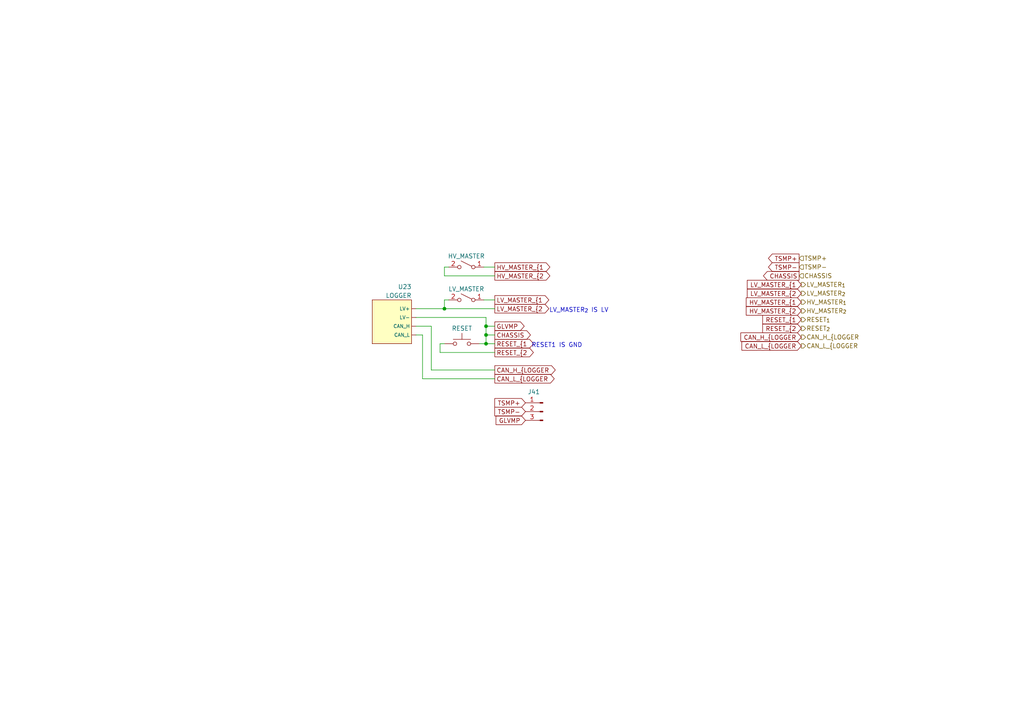
<source format=kicad_sch>
(kicad_sch (version 20211123) (generator eeschema)

  (uuid aa477c28-ab6a-4bf4-a9bc-cf08f40d55da)

  (paper "A4")

  (lib_symbols
    (symbol "Connector:Conn_01x03_Male" (pin_names (offset 1.016) hide) (in_bom yes) (on_board yes)
      (property "Reference" "J" (id 0) (at 0 5.08 0)
        (effects (font (size 1.27 1.27)))
      )
      (property "Value" "Conn_01x03_Male" (id 1) (at 0 -5.08 0)
        (effects (font (size 1.27 1.27)))
      )
      (property "Footprint" "" (id 2) (at 0 0 0)
        (effects (font (size 1.27 1.27)) hide)
      )
      (property "Datasheet" "~" (id 3) (at 0 0 0)
        (effects (font (size 1.27 1.27)) hide)
      )
      (property "ki_keywords" "connector" (id 4) (at 0 0 0)
        (effects (font (size 1.27 1.27)) hide)
      )
      (property "ki_description" "Generic connector, single row, 01x03, script generated (kicad-library-utils/schlib/autogen/connector/)" (id 5) (at 0 0 0)
        (effects (font (size 1.27 1.27)) hide)
      )
      (property "ki_fp_filters" "Connector*:*_1x??_*" (id 6) (at 0 0 0)
        (effects (font (size 1.27 1.27)) hide)
      )
      (symbol "Conn_01x03_Male_1_1"
        (polyline
          (pts
            (xy 1.27 -2.54)
            (xy 0.8636 -2.54)
          )
          (stroke (width 0.1524) (type default) (color 0 0 0 0))
          (fill (type none))
        )
        (polyline
          (pts
            (xy 1.27 0)
            (xy 0.8636 0)
          )
          (stroke (width 0.1524) (type default) (color 0 0 0 0))
          (fill (type none))
        )
        (polyline
          (pts
            (xy 1.27 2.54)
            (xy 0.8636 2.54)
          )
          (stroke (width 0.1524) (type default) (color 0 0 0 0))
          (fill (type none))
        )
        (rectangle (start 0.8636 -2.413) (end 0 -2.667)
          (stroke (width 0.1524) (type default) (color 0 0 0 0))
          (fill (type outline))
        )
        (rectangle (start 0.8636 0.127) (end 0 -0.127)
          (stroke (width 0.1524) (type default) (color 0 0 0 0))
          (fill (type outline))
        )
        (rectangle (start 0.8636 2.667) (end 0 2.413)
          (stroke (width 0.1524) (type default) (color 0 0 0 0))
          (fill (type outline))
        )
        (pin passive line (at 5.08 2.54 180) (length 3.81)
          (name "Pin_1" (effects (font (size 1.27 1.27))))
          (number "1" (effects (font (size 1.27 1.27))))
        )
        (pin passive line (at 5.08 0 180) (length 3.81)
          (name "Pin_2" (effects (font (size 1.27 1.27))))
          (number "2" (effects (font (size 1.27 1.27))))
        )
        (pin passive line (at 5.08 -2.54 180) (length 3.81)
          (name "Pin_3" (effects (font (size 1.27 1.27))))
          (number "3" (effects (font (size 1.27 1.27))))
        )
      )
    )
    (symbol "MODULES:LOGGER" (in_bom yes) (on_board yes)
      (property "Reference" "U" (id 0) (at 0 0 0)
        (effects (font (size 1.27 1.27)))
      )
      (property "Value" "LOGGER" (id 1) (at 0 0 0)
        (effects (font (size 1.27 1.27)))
      )
      (property "Footprint" "" (id 2) (at 0 0 0)
        (effects (font (size 1.27 1.27)) hide)
      )
      (property "Datasheet" "" (id 3) (at 0 0 0)
        (effects (font (size 1.27 1.27)) hide)
      )
      (symbol "LOGGER_0_1"
        (rectangle (start -6.35 13.97) (end 5.08 1.27)
          (stroke (width 0) (type default) (color 0 0 0 0))
          (fill (type background))
        )
      )
      (symbol "LOGGER_1_1"
        (pin passive line (at -7.62 6.35 0) (length 1.2)
          (name "CAN_H" (effects (font (size 1 1))))
          (number "" (effects (font (size 1.27 1.27))))
        )
        (pin passive line (at -7.62 3.81 0) (length 1.2)
          (name "CAN_L" (effects (font (size 1 1))))
          (number "" (effects (font (size 1.27 1.27))))
        )
        (pin passive line (at -7.62 11.43 0) (length 1.2)
          (name "LV+" (effects (font (size 1 1))))
          (number "" (effects (font (size 1.27 1.27))))
        )
        (pin passive line (at -7.62 8.89 0) (length 1.2)
          (name "LV-" (effects (font (size 1 1))))
          (number "" (effects (font (size 1.27 1.27))))
        )
      )
    )
    (symbol "Switch:SW_Push" (pin_numbers hide) (pin_names (offset 1.016) hide) (in_bom yes) (on_board yes)
      (property "Reference" "SW" (id 0) (at 1.27 2.54 0)
        (effects (font (size 1.27 1.27)) (justify left))
      )
      (property "Value" "SW_Push" (id 1) (at 0 -1.524 0)
        (effects (font (size 1.27 1.27)))
      )
      (property "Footprint" "" (id 2) (at 0 5.08 0)
        (effects (font (size 1.27 1.27)) hide)
      )
      (property "Datasheet" "~" (id 3) (at 0 5.08 0)
        (effects (font (size 1.27 1.27)) hide)
      )
      (property "ki_keywords" "switch normally-open pushbutton push-button" (id 4) (at 0 0 0)
        (effects (font (size 1.27 1.27)) hide)
      )
      (property "ki_description" "Push button switch, generic, two pins" (id 5) (at 0 0 0)
        (effects (font (size 1.27 1.27)) hide)
      )
      (symbol "SW_Push_0_1"
        (circle (center -2.032 0) (radius 0.508)
          (stroke (width 0) (type default) (color 0 0 0 0))
          (fill (type none))
        )
        (polyline
          (pts
            (xy 0 1.27)
            (xy 0 3.048)
          )
          (stroke (width 0) (type default) (color 0 0 0 0))
          (fill (type none))
        )
        (polyline
          (pts
            (xy 2.54 1.27)
            (xy -2.54 1.27)
          )
          (stroke (width 0) (type default) (color 0 0 0 0))
          (fill (type none))
        )
        (circle (center 2.032 0) (radius 0.508)
          (stroke (width 0) (type default) (color 0 0 0 0))
          (fill (type none))
        )
        (pin passive line (at -5.08 0 0) (length 2.54)
          (name "1" (effects (font (size 1.27 1.27))))
          (number "1" (effects (font (size 1.27 1.27))))
        )
        (pin passive line (at 5.08 0 180) (length 2.54)
          (name "2" (effects (font (size 1.27 1.27))))
          (number "2" (effects (font (size 1.27 1.27))))
        )
      )
    )
    (symbol "Switch:SW_SPST" (pin_names (offset 0) hide) (in_bom yes) (on_board yes)
      (property "Reference" "SW" (id 0) (at 0 3.175 0)
        (effects (font (size 1.27 1.27)))
      )
      (property "Value" "SW_SPST" (id 1) (at 0 -2.54 0)
        (effects (font (size 1.27 1.27)))
      )
      (property "Footprint" "" (id 2) (at 0 0 0)
        (effects (font (size 1.27 1.27)) hide)
      )
      (property "Datasheet" "~" (id 3) (at 0 0 0)
        (effects (font (size 1.27 1.27)) hide)
      )
      (property "ki_keywords" "switch lever" (id 4) (at 0 0 0)
        (effects (font (size 1.27 1.27)) hide)
      )
      (property "ki_description" "Single Pole Single Throw (SPST) switch" (id 5) (at 0 0 0)
        (effects (font (size 1.27 1.27)) hide)
      )
      (symbol "SW_SPST_0_0"
        (circle (center -2.032 0) (radius 0.508)
          (stroke (width 0) (type default) (color 0 0 0 0))
          (fill (type none))
        )
        (polyline
          (pts
            (xy -1.524 0.254)
            (xy 1.524 1.778)
          )
          (stroke (width 0) (type default) (color 0 0 0 0))
          (fill (type none))
        )
        (circle (center 2.032 0) (radius 0.508)
          (stroke (width 0) (type default) (color 0 0 0 0))
          (fill (type none))
        )
      )
      (symbol "SW_SPST_1_1"
        (pin passive line (at -5.08 0 0) (length 2.54)
          (name "A" (effects (font (size 1.27 1.27))))
          (number "1" (effects (font (size 1.27 1.27))))
        )
        (pin passive line (at 5.08 0 180) (length 2.54)
          (name "B" (effects (font (size 1.27 1.27))))
          (number "2" (effects (font (size 1.27 1.27))))
        )
      )
    )
  )

  (junction (at 140.97 94.615) (diameter 0) (color 0 0 0 0)
    (uuid 4c2414a4-9272-4531-bac5-228b82ab94c5)
  )
  (junction (at 128.905 89.535) (diameter 0) (color 0 0 0 0)
    (uuid 4e619ffd-f589-476e-8600-0aae71ed796b)
  )
  (junction (at 140.97 99.695) (diameter 0) (color 0 0 0 0)
    (uuid a542899d-0fdb-42a0-aa54-dd98bb692ca5)
  )
  (junction (at 140.97 97.155) (diameter 0) (color 0 0 0 0)
    (uuid bcfbb7e8-55b8-40c5-b41c-df894096ec6c)
  )

  (wire (pts (xy 128.905 89.535) (xy 120.65 89.535))
    (stroke (width 0) (type default) (color 0 0 0 0))
    (uuid 028eba5b-c02f-41b3-ac7d-95c64bc4bebe)
  )
  (wire (pts (xy 128.905 77.47) (xy 128.905 80.01))
    (stroke (width 0) (type default) (color 0 0 0 0))
    (uuid 0a4f6a1a-9a8b-4b46-98fd-0b975471a071)
  )
  (wire (pts (xy 143.51 77.47) (xy 140.335 77.47))
    (stroke (width 0) (type default) (color 0 0 0 0))
    (uuid 0de08898-29c9-485e-bbe7-439c40739115)
  )
  (wire (pts (xy 120.65 92.075) (xy 140.97 92.075))
    (stroke (width 0) (type default) (color 0 0 0 0))
    (uuid 0f4617ff-5880-4ef3-b6b6-bbc658c77443)
  )
  (wire (pts (xy 140.97 92.075) (xy 140.97 94.615))
    (stroke (width 0) (type default) (color 0 0 0 0))
    (uuid 0f5675e1-b6a0-445d-8c20-6ae8eb11b0a6)
  )
  (wire (pts (xy 140.97 94.615) (xy 140.97 97.155))
    (stroke (width 0) (type default) (color 0 0 0 0))
    (uuid 1bb60239-c760-4f33-9bea-9df484496200)
  )
  (wire (pts (xy 122.555 109.855) (xy 143.51 109.855))
    (stroke (width 0) (type default) (color 0 0 0 0))
    (uuid 2af9ef6d-ce85-476a-9fe8-e0f2e815e9cd)
  )
  (wire (pts (xy 130.175 86.995) (xy 128.905 86.995))
    (stroke (width 0) (type default) (color 0 0 0 0))
    (uuid 51acb99d-de17-47d2-b7ed-ebf75fa8ccef)
  )
  (wire (pts (xy 120.65 94.615) (xy 125.095 94.615))
    (stroke (width 0) (type default) (color 0 0 0 0))
    (uuid 5bd98cd3-2a83-466f-a325-07fe322380f1)
  )
  (wire (pts (xy 125.095 94.615) (xy 125.095 107.315))
    (stroke (width 0) (type default) (color 0 0 0 0))
    (uuid 68ad6e31-d970-45e4-8bc7-75a63504a769)
  )
  (wire (pts (xy 143.51 94.615) (xy 140.97 94.615))
    (stroke (width 0) (type default) (color 0 0 0 0))
    (uuid 75234254-2613-4494-af51-1d30e7d5d365)
  )
  (wire (pts (xy 127.635 102.235) (xy 143.51 102.235))
    (stroke (width 0) (type default) (color 0 0 0 0))
    (uuid 7b11cad5-eea0-4a70-b0a4-c75609cde868)
  )
  (wire (pts (xy 120.65 97.155) (xy 122.555 97.155))
    (stroke (width 0) (type default) (color 0 0 0 0))
    (uuid 85a14e3b-609a-4379-bdd1-c391729acdff)
  )
  (wire (pts (xy 143.51 99.695) (xy 140.97 99.695))
    (stroke (width 0) (type default) (color 0 0 0 0))
    (uuid 96065734-52eb-4753-a816-f6b25eec53e1)
  )
  (wire (pts (xy 128.905 89.535) (xy 143.51 89.535))
    (stroke (width 0) (type default) (color 0 0 0 0))
    (uuid 9b22a879-6f9e-4eca-8ce4-e67ab90d2ac3)
  )
  (wire (pts (xy 130.175 77.47) (xy 128.905 77.47))
    (stroke (width 0) (type default) (color 0 0 0 0))
    (uuid 9b30aeb4-7f90-487e-8b79-8e7ac637b433)
  )
  (wire (pts (xy 127.635 99.695) (xy 127.635 102.235))
    (stroke (width 0) (type default) (color 0 0 0 0))
    (uuid a2d525fc-3de7-41b4-9c5c-a09b03eee2ea)
  )
  (wire (pts (xy 143.51 86.995) (xy 140.335 86.995))
    (stroke (width 0) (type default) (color 0 0 0 0))
    (uuid aef2ba82-e4b8-4eaf-93fa-e51b1bd5d849)
  )
  (wire (pts (xy 128.905 99.695) (xy 127.635 99.695))
    (stroke (width 0) (type default) (color 0 0 0 0))
    (uuid af47717b-e010-479e-8cac-d3f3694c6b7d)
  )
  (wire (pts (xy 125.095 107.315) (xy 143.51 107.315))
    (stroke (width 0) (type default) (color 0 0 0 0))
    (uuid af7f927b-c053-4ce7-867b-4d25f8830ed7)
  )
  (wire (pts (xy 122.555 97.155) (xy 122.555 109.855))
    (stroke (width 0) (type default) (color 0 0 0 0))
    (uuid b5fd6710-f220-4331-b827-3e8bb5756002)
  )
  (wire (pts (xy 128.905 86.995) (xy 128.905 89.535))
    (stroke (width 0) (type default) (color 0 0 0 0))
    (uuid bb7544eb-e00e-4198-a60b-1dc588cbbb8a)
  )
  (wire (pts (xy 140.97 97.155) (xy 140.97 99.695))
    (stroke (width 0) (type default) (color 0 0 0 0))
    (uuid c8352b04-07be-4c43-a783-3b665f3c583b)
  )
  (wire (pts (xy 128.905 80.01) (xy 143.51 80.01))
    (stroke (width 0) (type default) (color 0 0 0 0))
    (uuid cba29dc4-c916-466f-93a2-55596ccd3c0f)
  )
  (wire (pts (xy 143.51 97.155) (xy 140.97 97.155))
    (stroke (width 0) (type default) (color 0 0 0 0))
    (uuid cf51563f-8104-4752-9236-bcf3b9375e5c)
  )
  (wire (pts (xy 139.065 99.695) (xy 140.97 99.695))
    (stroke (width 0) (type default) (color 0 0 0 0))
    (uuid ddb697fe-218a-4169-a21d-923bc3730114)
  )

  (text "LV_MASTER_{2} IS LV" (at 176.53 90.805 180)
    (effects (font (size 1.27 1.27)) (justify right bottom))
    (uuid 00230d52-c1f8-4a8d-b0b1-4cb3a8a4c3fe)
  )
  (text "RESET1 IS GND\n" (at 168.91 100.965 180)
    (effects (font (size 1.27 1.27)) (justify right bottom))
    (uuid 2c41e3ea-dde3-45c3-b5fc-4593ab3373af)
  )

  (global_label "TSMP+" (shape output) (at 231.775 74.93 180) (fields_autoplaced)
    (effects (font (size 1.27 1.27)) (justify right))
    (uuid 05be69ae-b40d-4586-ba32-21a1b91cd2a9)
    (property "Intersheet References" "${INTERSHEET_REFS}" (id 0) (at 222.8909 74.8506 0)
      (effects (font (size 1.27 1.27)) (justify right) hide)
    )
  )
  (global_label "LV_MASTER_{1" (shape output) (at 143.51 86.995 0) (fields_autoplaced)
    (effects (font (size 1.27 1.27)) (justify left))
    (uuid 0d006e2e-f1bd-4a6a-b115-aebc8ff01206)
    (property "Intersheet References" "${INTERSHEET_REFS}" (id 0) (at 157.1112 86.9156 0)
      (effects (font (size 1.27 1.27)) (justify left) hide)
    )
  )
  (global_label "RESET_{2" (shape input) (at 232.41 95.25 180) (fields_autoplaced)
    (effects (font (size 1.27 1.27)) (justify right))
    (uuid 18a36122-8f61-45b8-b624-33dcf17598f2)
    (property "Intersheet References" "${INTERSHEET_REFS}" (id 0) (at 223.284 95.1706 0)
      (effects (font (size 1.27 1.27)) (justify right) hide)
    )
  )
  (global_label "CHASSIS" (shape output) (at 143.51 97.155 0) (fields_autoplaced)
    (effects (font (size 1.27 1.27)) (justify left))
    (uuid 1beb9e44-6657-4090-af37-71dda5d9f55c)
    (property "Intersheet References" "${INTERSHEET_REFS}" (id 0) (at 153.8455 97.0756 0)
      (effects (font (size 1.27 1.27)) (justify left) hide)
    )
  )
  (global_label "RESET_{1" (shape output) (at 143.51 99.695 0) (fields_autoplaced)
    (effects (font (size 1.27 1.27)) (justify left))
    (uuid 208ae27e-1700-4f85-a5f0-1ed6d2e904f5)
    (property "Intersheet References" "${INTERSHEET_REFS}" (id 0) (at 152.636 99.6156 0)
      (effects (font (size 1.27 1.27)) (justify left) hide)
    )
  )
  (global_label "LV_MASTER_{2" (shape input) (at 232.41 85.09 180) (fields_autoplaced)
    (effects (font (size 1.27 1.27)) (justify right))
    (uuid 2892755b-b067-4c2f-abc8-f07ec8754e88)
    (property "Intersheet References" "${INTERSHEET_REFS}" (id 0) (at 218.8088 85.0106 0)
      (effects (font (size 1.27 1.27)) (justify right) hide)
    )
  )
  (global_label "TSMP+" (shape input) (at 152.4 116.84 180) (fields_autoplaced)
    (effects (font (size 1.27 1.27)) (justify right))
    (uuid 36a3db60-a22b-46f5-b8e7-284bf17cd549)
    (property "Intersheet References" "${INTERSHEET_REFS}" (id 0) (at 143.5159 116.7606 0)
      (effects (font (size 1.27 1.27)) (justify right) hide)
    )
  )
  (global_label "CAN_L_{LOGGER" (shape input) (at 232.41 100.33 180) (fields_autoplaced)
    (effects (font (size 1.27 1.27)) (justify right))
    (uuid 4350b562-88b1-4eb0-828b-3160b1e7e2dc)
    (property "Intersheet References" "${INTERSHEET_REFS}" (id 0) (at 218.458 100.2506 0)
      (effects (font (size 1.27 1.27)) (justify right) hide)
    )
  )
  (global_label "TSMP-" (shape input) (at 152.4 119.38 180) (fields_autoplaced)
    (effects (font (size 1.27 1.27)) (justify right))
    (uuid 470d8dae-8502-4736-a6b6-a54b0f2cdcf4)
    (property "Intersheet References" "${INTERSHEET_REFS}" (id 0) (at 143.5159 119.3006 0)
      (effects (font (size 1.27 1.27)) (justify right) hide)
    )
  )
  (global_label "RESET_{1" (shape input) (at 232.41 92.71 180) (fields_autoplaced)
    (effects (font (size 1.27 1.27)) (justify right))
    (uuid 63d33c58-d133-48ff-a50a-5d17abf9d12a)
    (property "Intersheet References" "${INTERSHEET_REFS}" (id 0) (at 223.284 92.6306 0)
      (effects (font (size 1.27 1.27)) (justify right) hide)
    )
  )
  (global_label "CAN_L_{LOGGER" (shape output) (at 143.51 109.855 0) (fields_autoplaced)
    (effects (font (size 1.27 1.27)) (justify left))
    (uuid 668bf188-efba-4fe8-9b83-ae26bfecc94a)
    (property "Intersheet References" "${INTERSHEET_REFS}" (id 0) (at 157.462 109.7756 0)
      (effects (font (size 1.27 1.27)) (justify left) hide)
    )
  )
  (global_label "HV_MASTER_{1" (shape input) (at 232.41 87.63 180) (fields_autoplaced)
    (effects (font (size 1.27 1.27)) (justify right))
    (uuid 696da1d4-a170-4b50-a363-6df6ee6b91a4)
    (property "Intersheet References" "${INTERSHEET_REFS}" (id 0) (at 218.5064 87.5506 0)
      (effects (font (size 1.27 1.27)) (justify right) hide)
    )
  )
  (global_label "GLVMP" (shape input) (at 152.4 121.92 180) (fields_autoplaced)
    (effects (font (size 1.27 1.27)) (justify right))
    (uuid 747a3749-ec24-456e-b2d3-060f174f86cc)
    (property "Intersheet References" "${INTERSHEET_REFS}" (id 0) (at 143.8788 121.8406 0)
      (effects (font (size 1.27 1.27)) (justify right) hide)
    )
  )
  (global_label "GLVMP" (shape output) (at 143.51 94.615 0) (fields_autoplaced)
    (effects (font (size 1.27 1.27)) (justify left))
    (uuid 90ead574-b3c1-46b6-acde-ac769bb400bc)
    (property "Intersheet References" "${INTERSHEET_REFS}" (id 0) (at 152.0312 94.5356 0)
      (effects (font (size 1.27 1.27)) (justify left) hide)
    )
  )
  (global_label "LV_MASTER_{2" (shape output) (at 143.51 89.535 0) (fields_autoplaced)
    (effects (font (size 1.27 1.27)) (justify left))
    (uuid 9db792b5-1971-4145-a3dd-bfc5404ca19e)
    (property "Intersheet References" "${INTERSHEET_REFS}" (id 0) (at 157.1112 89.4556 0)
      (effects (font (size 1.27 1.27)) (justify left) hide)
    )
  )
  (global_label "LV_MASTER_{1" (shape input) (at 232.41 82.55 180) (fields_autoplaced)
    (effects (font (size 1.27 1.27)) (justify right))
    (uuid a98361d8-2952-4a88-848d-7c0f67d23f3d)
    (property "Intersheet References" "${INTERSHEET_REFS}" (id 0) (at 218.8088 82.4706 0)
      (effects (font (size 1.27 1.27)) (justify right) hide)
    )
  )
  (global_label "RESET_{2" (shape output) (at 143.51 102.235 0) (fields_autoplaced)
    (effects (font (size 1.27 1.27)) (justify left))
    (uuid bc91c0e7-2110-4814-b108-9d1bbca7601a)
    (property "Intersheet References" "${INTERSHEET_REFS}" (id 0) (at 152.636 102.1556 0)
      (effects (font (size 1.27 1.27)) (justify left) hide)
    )
  )
  (global_label "HV_MASTER_{2" (shape output) (at 143.51 80.01 0) (fields_autoplaced)
    (effects (font (size 1.27 1.27)) (justify left))
    (uuid cd3c400b-5ffa-4c0d-acc8-5ccd5a456a90)
    (property "Intersheet References" "${INTERSHEET_REFS}" (id 0) (at 157.4136 79.9306 0)
      (effects (font (size 1.27 1.27)) (justify left) hide)
    )
  )
  (global_label "HV_MASTER_{1" (shape output) (at 143.51 77.47 0) (fields_autoplaced)
    (effects (font (size 1.27 1.27)) (justify left))
    (uuid cddb8df6-8860-4133-be93-e2f2df5c5ef2)
    (property "Intersheet References" "${INTERSHEET_REFS}" (id 0) (at 157.4136 77.3906 0)
      (effects (font (size 1.27 1.27)) (justify left) hide)
    )
  )
  (global_label "TSMP-" (shape output) (at 231.775 77.47 180) (fields_autoplaced)
    (effects (font (size 1.27 1.27)) (justify right))
    (uuid d0e631e5-7785-436a-8404-81abc0116d36)
    (property "Intersheet References" "${INTERSHEET_REFS}" (id 0) (at 222.8909 77.3906 0)
      (effects (font (size 1.27 1.27)) (justify right) hide)
    )
  )
  (global_label "CHASSIS" (shape output) (at 231.775 80.01 180) (fields_autoplaced)
    (effects (font (size 1.27 1.27)) (justify right))
    (uuid d12c9a9c-d8b8-4eb6-96ff-bd7c0002c695)
    (property "Intersheet References" "${INTERSHEET_REFS}" (id 0) (at 221.4395 79.9306 0)
      (effects (font (size 1.27 1.27)) (justify right) hide)
    )
  )
  (global_label "CAN_H_{LOGGER" (shape output) (at 143.51 107.315 0) (fields_autoplaced)
    (effects (font (size 1.27 1.27)) (justify left))
    (uuid d57dea20-8827-497c-8ea6-b2eceb74adb1)
    (property "Intersheet References" "${INTERSHEET_REFS}" (id 0) (at 157.7643 107.2356 0)
      (effects (font (size 1.27 1.27)) (justify left) hide)
    )
  )
  (global_label "CAN_H_{LOGGER" (shape input) (at 232.41 97.79 180) (fields_autoplaced)
    (effects (font (size 1.27 1.27)) (justify right))
    (uuid e4b06778-2bb9-47f9-bac1-fff243a2bbf4)
    (property "Intersheet References" "${INTERSHEET_REFS}" (id 0) (at 218.1557 97.7106 0)
      (effects (font (size 1.27 1.27)) (justify right) hide)
    )
  )
  (global_label "HV_MASTER_{2" (shape input) (at 232.41 90.17 180) (fields_autoplaced)
    (effects (font (size 1.27 1.27)) (justify right))
    (uuid fde0c342-e7a1-4ef1-912a-31709acb5f2f)
    (property "Intersheet References" "${INTERSHEET_REFS}" (id 0) (at 218.5064 90.0906 0)
      (effects (font (size 1.27 1.27)) (justify right) hide)
    )
  )

  (hierarchical_label "LV_MASTER_{2}" (shape output) (at 232.41 85.09 0)
    (effects (font (size 1.27 1.27)) (justify left))
    (uuid 17cc9e74-11cd-46e9-b0b9-18ff012b57f4)
  )
  (hierarchical_label "RESET_{2}" (shape output) (at 232.41 95.25 0)
    (effects (font (size 1.27 1.27)) (justify left))
    (uuid 27081229-61a6-4cac-9fa8-a4727c400ab7)
  )
  (hierarchical_label "TSMP+" (shape input) (at 231.775 74.93 0)
    (effects (font (size 1.27 1.27)) (justify left))
    (uuid 326f1fab-04ba-4094-a29e-749090340cfb)
  )
  (hierarchical_label "CHASSIS" (shape input) (at 231.775 80.01 0)
    (effects (font (size 1.27 1.27)) (justify left))
    (uuid 35206f78-11f4-4444-8b3a-d888f8d57038)
  )
  (hierarchical_label "TSMP-" (shape input) (at 231.775 77.47 0)
    (effects (font (size 1.27 1.27)) (justify left))
    (uuid 8e80ec65-2e00-4bc3-a178-70c518ea0cd5)
  )
  (hierarchical_label "HV_MASTER_{1}" (shape output) (at 232.41 87.63 0)
    (effects (font (size 1.27 1.27)) (justify left))
    (uuid 94849145-8db0-49bb-b9e7-95e3061c49c6)
  )
  (hierarchical_label "CAN_L_{LOGGER" (shape output) (at 232.41 100.33 0)
    (effects (font (size 1.27 1.27)) (justify left))
    (uuid 9b423be2-99d6-4305-959f-50f173b17cbd)
  )
  (hierarchical_label "CAN_H_{LOGGER" (shape output) (at 232.41 97.79 0)
    (effects (font (size 1.27 1.27)) (justify left))
    (uuid d5887f54-bf38-49cd-b5e7-56d69c9ffd82)
  )
  (hierarchical_label "HV_MASTER_{2}" (shape output) (at 232.41 90.17 0)
    (effects (font (size 1.27 1.27)) (justify left))
    (uuid dc4767f4-d8f7-4ff6-834f-cd758b3a8498)
  )
  (hierarchical_label "RESET_{1}" (shape output) (at 232.41 92.71 0)
    (effects (font (size 1.27 1.27)) (justify left))
    (uuid e2b1e662-b0ad-4332-bf3f-dbac3689c4a6)
  )
  (hierarchical_label "LV_MASTER_{1}" (shape output) (at 232.41 82.55 0)
    (effects (font (size 1.27 1.27)) (justify left))
    (uuid f0356d43-2b6e-4632-a3c3-4c75f9755082)
  )

  (symbol (lib_id "Switch:SW_Push") (at 133.985 99.695 0) (mirror y) (unit 1)
    (in_bom yes) (on_board yes)
    (uuid 3197dcbd-e1ed-413a-a24c-56d4f3745fd3)
    (property "Reference" "SW16" (id 0) (at 133.985 102.235 0)
      (effects (font (size 1.27 1.27)) hide)
    )
    (property "Value" "RESET" (id 1) (at 133.985 95.25 0))
    (property "Footprint" "" (id 2) (at 133.985 99.695 0)
      (effects (font (size 1.27 1.27)) hide)
    )
    (property "Datasheet" "~" (id 3) (at 133.985 99.695 0)
      (effects (font (size 1.27 1.27)) hide)
    )
    (pin "1" (uuid e69c9381-8273-45da-939b-a0d211782ac1))
    (pin "2" (uuid ee809c2a-ddb3-408e-bbfa-812d4dcfd252))
  )

  (symbol (lib_id "Connector:Conn_01x03_Male") (at 157.48 119.38 0) (mirror y) (unit 1)
    (in_bom yes) (on_board yes)
    (uuid 7bdf7b60-77e5-4183-94cc-24c8ad937115)
    (property "Reference" "J41" (id 0) (at 153.035 113.665 0)
      (effects (font (size 1.27 1.27)) (justify right))
    )
    (property "Value" "Conn_01x03_Male" (id 1) (at 158.1912 121.0822 0)
      (effects (font (size 1.27 1.27)) (justify right) hide)
    )
    (property "Footprint" "" (id 2) (at 157.48 119.38 0)
      (effects (font (size 1.27 1.27)) hide)
    )
    (property "Datasheet" "~" (id 3) (at 157.48 119.38 0)
      (effects (font (size 1.27 1.27)) hide)
    )
    (pin "1" (uuid 16b9867c-4921-4913-a316-106f669bc071))
    (pin "2" (uuid c581f204-956c-461a-9fd8-57f62c4f86d7))
    (pin "3" (uuid be8789f4-623d-4603-8d3d-d66883fbe72d))
  )

  (symbol (lib_id "Switch:SW_SPST") (at 135.255 77.47 0) (mirror y) (unit 1)
    (in_bom yes) (on_board yes)
    (uuid 8a2ba85a-2508-4463-bdda-8825bbf4102c)
    (property "Reference" "SW17" (id 0) (at 135.255 71.12 0)
      (effects (font (size 1.27 1.27)) hide)
    )
    (property "Value" "HV_MASTER" (id 1) (at 135.255 74.295 0))
    (property "Footprint" "" (id 2) (at 135.255 77.47 0)
      (effects (font (size 1.27 1.27)) hide)
    )
    (property "Datasheet" "~" (id 3) (at 135.255 77.47 0)
      (effects (font (size 1.27 1.27)) hide)
    )
    (pin "1" (uuid d3f351db-4bab-4a44-9e67-ded72996de4c))
    (pin "2" (uuid 6abfee39-f981-46a9-bef7-8fd3804d1639))
  )

  (symbol (lib_id "MODULES:LOGGER") (at 113.03 100.965 0) (mirror y) (unit 1)
    (in_bom yes) (on_board yes)
    (uuid bb09d5b2-2376-4760-b013-f793fd1e73e0)
    (property "Reference" "U23" (id 0) (at 119.38 83.185 0)
      (effects (font (size 1.27 1.27)) (justify left))
    )
    (property "Value" "LOGGER" (id 1) (at 119.38 85.725 0)
      (effects (font (size 1.27 1.27)) (justify left))
    )
    (property "Footprint" "" (id 2) (at 113.03 100.965 0)
      (effects (font (size 1.27 1.27)) hide)
    )
    (property "Datasheet" "" (id 3) (at 113.03 100.965 0)
      (effects (font (size 1.27 1.27)) hide)
    )
    (pin "" (uuid 62146c19-4cce-4e40-8747-3650bc0643fb))
    (pin "" (uuid 62146c19-4cce-4e40-8747-3650bc0643fb))
    (pin "" (uuid 62146c19-4cce-4e40-8747-3650bc0643fb))
    (pin "" (uuid 62146c19-4cce-4e40-8747-3650bc0643fb))
  )

  (symbol (lib_id "Switch:SW_SPST") (at 135.255 86.995 0) (mirror y) (unit 1)
    (in_bom yes) (on_board yes)
    (uuid d0409ec8-d245-4798-bc61-2ad307e2c611)
    (property "Reference" "SW18" (id 0) (at 135.255 80.645 0)
      (effects (font (size 1.27 1.27)) hide)
    )
    (property "Value" "LV_MASTER" (id 1) (at 135.255 83.82 0))
    (property "Footprint" "" (id 2) (at 135.255 86.995 0)
      (effects (font (size 1.27 1.27)) hide)
    )
    (property "Datasheet" "~" (id 3) (at 135.255 86.995 0)
      (effects (font (size 1.27 1.27)) hide)
    )
    (pin "1" (uuid 431de976-7d49-4fb5-9065-b7946a32fa12))
    (pin "2" (uuid 119d255e-5663-4dbc-ac82-c5d05eb1d279))
  )
)

</source>
